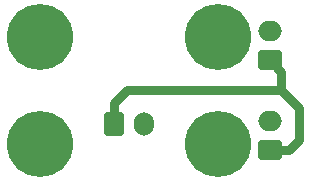
<source format=gbr>
%TF.GenerationSoftware,KiCad,Pcbnew,(6.0.6)*%
%TF.CreationDate,2022-08-21T18:20:13+02:00*%
%TF.ProjectId,fan_pcb,66616e5f-7063-4622-9e6b-696361645f70,rev?*%
%TF.SameCoordinates,Original*%
%TF.FileFunction,Copper,L1,Top*%
%TF.FilePolarity,Positive*%
%FSLAX46Y46*%
G04 Gerber Fmt 4.6, Leading zero omitted, Abs format (unit mm)*
G04 Created by KiCad (PCBNEW (6.0.6)) date 2022-08-21 18:20:13*
%MOMM*%
%LPD*%
G01*
G04 APERTURE LIST*
G04 Aperture macros list*
%AMRoundRect*
0 Rectangle with rounded corners*
0 $1 Rounding radius*
0 $2 $3 $4 $5 $6 $7 $8 $9 X,Y pos of 4 corners*
0 Add a 4 corners polygon primitive as box body*
4,1,4,$2,$3,$4,$5,$6,$7,$8,$9,$2,$3,0*
0 Add four circle primitives for the rounded corners*
1,1,$1+$1,$2,$3*
1,1,$1+$1,$4,$5*
1,1,$1+$1,$6,$7*
1,1,$1+$1,$8,$9*
0 Add four rect primitives between the rounded corners*
20,1,$1+$1,$2,$3,$4,$5,0*
20,1,$1+$1,$4,$5,$6,$7,0*
20,1,$1+$1,$6,$7,$8,$9,0*
20,1,$1+$1,$8,$9,$2,$3,0*%
G04 Aperture macros list end*
%TA.AperFunction,ComponentPad*%
%ADD10RoundRect,0.250000X0.750000X-0.600000X0.750000X0.600000X-0.750000X0.600000X-0.750000X-0.600000X0*%
%TD*%
%TA.AperFunction,ComponentPad*%
%ADD11O,2.000000X1.700000*%
%TD*%
%TA.AperFunction,ComponentPad*%
%ADD12RoundRect,0.250000X-0.600000X-0.750000X0.600000X-0.750000X0.600000X0.750000X-0.600000X0.750000X0*%
%TD*%
%TA.AperFunction,ComponentPad*%
%ADD13O,1.700000X2.000000*%
%TD*%
%TA.AperFunction,ComponentPad*%
%ADD14C,5.600000*%
%TD*%
%TA.AperFunction,Conductor*%
%ADD15C,0.762000*%
%TD*%
G04 APERTURE END LIST*
D10*
%TO.P,REF\u002A\u002A,1*%
%TO.N,N/C*%
X43450000Y-32550000D03*
D11*
%TO.P,REF\u002A\u002A,2*%
X43450000Y-30050000D03*
%TD*%
D10*
%TO.P,REF\u002A\u002A,1*%
%TO.N,N/C*%
X43450000Y-24950000D03*
D11*
%TO.P,REF\u002A\u002A,2*%
X43450000Y-22450000D03*
%TD*%
D12*
%TO.P,REF\u002A\u002A,1*%
%TO.N,N/C*%
X30250000Y-30350000D03*
D13*
%TO.P,REF\u002A\u002A,2*%
X32750000Y-30350000D03*
%TD*%
D14*
%TO.P,REF\u002A\u002A,1*%
%TO.N,N/C*%
X39000000Y-23000000D03*
%TD*%
%TO.P,REF\u002A\u002A,1*%
%TO.N,N/C*%
X24000000Y-32000000D03*
%TD*%
%TO.P,REF\u002A\u002A,1*%
%TO.N,N/C*%
X39000000Y-32000000D03*
%TD*%
%TO.P,REF\u002A\u002A,1*%
%TO.N,N/C*%
X24000000Y-23000000D03*
%TD*%
D15*
%TO.N,*%
X31300000Y-27500000D02*
X44400000Y-27500000D01*
X30250000Y-28550000D02*
X31300000Y-27500000D01*
X30250000Y-30350000D02*
X30250000Y-28550000D01*
X44400000Y-25900000D02*
X43450000Y-24950000D01*
X44400000Y-27500000D02*
X44400000Y-25900000D01*
X45050000Y-32550000D02*
X43450000Y-32550000D01*
X45900000Y-29000000D02*
X45900000Y-31700000D01*
X45900000Y-31700000D02*
X45050000Y-32550000D01*
X44400000Y-27500000D02*
X45900000Y-29000000D01*
%TD*%
M02*

</source>
